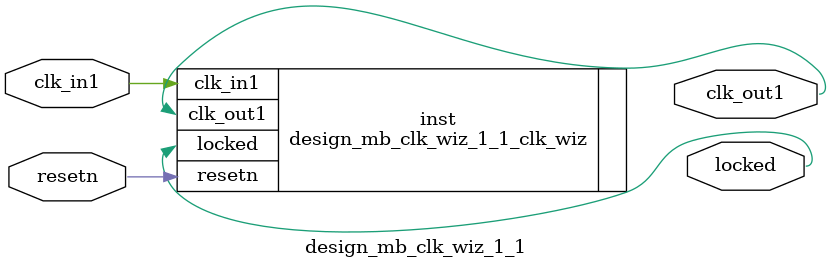
<source format=v>


`timescale 1ps/1ps

(* CORE_GENERATION_INFO = "design_mb_clk_wiz_1_1,clk_wiz_v6_0_10_0_0,{component_name=design_mb_clk_wiz_1_1,use_phase_alignment=true,use_min_o_jitter=false,use_max_i_jitter=false,use_dyn_phase_shift=false,use_inclk_switchover=false,use_dyn_reconfig=false,enable_axi=0,feedback_source=FDBK_AUTO,PRIMITIVE=MMCM,num_out_clk=1,clkin1_period=10.000,clkin2_period=10.000,use_power_down=false,use_reset=true,use_locked=true,use_inclk_stopped=false,feedback_type=SINGLE,CLOCK_MGR_TYPE=NA,manual_override=false}" *)

module design_mb_clk_wiz_1_1 
 (
  // Clock out ports
  output        clk_out1,
  // Status and control signals
  input         resetn,
  output        locked,
 // Clock in ports
  input         clk_in1
 );

  design_mb_clk_wiz_1_1_clk_wiz inst
  (
  // Clock out ports  
  .clk_out1(clk_out1),
  // Status and control signals               
  .resetn(resetn), 
  .locked(locked),
 // Clock in ports
  .clk_in1(clk_in1)
  );

endmodule

</source>
